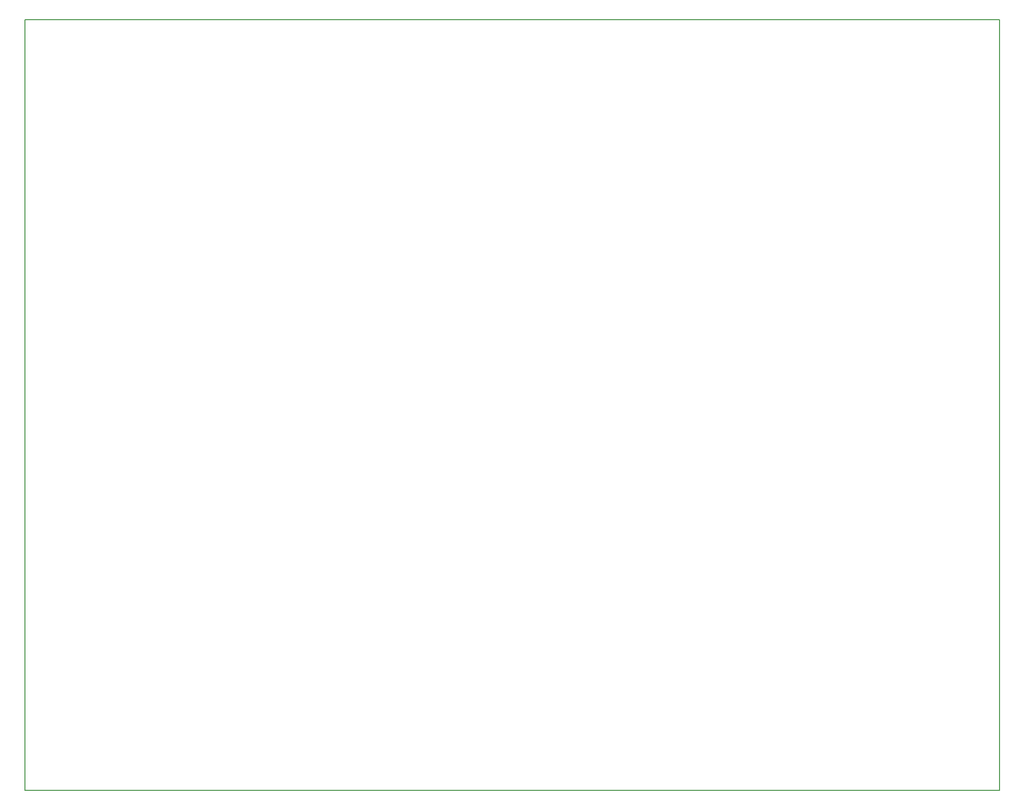
<source format=gbr>
%TF.GenerationSoftware,KiCad,Pcbnew,8.0.3*%
%TF.CreationDate,2024-08-11T02:15:34-07:00*%
%TF.ProjectId,6502-rev1,36353032-2d72-4657-9631-2e6b69636164,rev?*%
%TF.SameCoordinates,Original*%
%TF.FileFunction,Profile,NP*%
%FSLAX46Y46*%
G04 Gerber Fmt 4.6, Leading zero omitted, Abs format (unit mm)*
G04 Created by KiCad (PCBNEW 8.0.3) date 2024-08-11 02:15:34*
%MOMM*%
%LPD*%
G01*
G04 APERTURE LIST*
%TA.AperFunction,Profile*%
%ADD10C,0.200000*%
%TD*%
G04 APERTURE END LIST*
D10*
X69000000Y-25000000D02*
X241000000Y-25000000D01*
X241000000Y-161000000D01*
X69000000Y-161000000D01*
X69000000Y-25000000D01*
M02*

</source>
